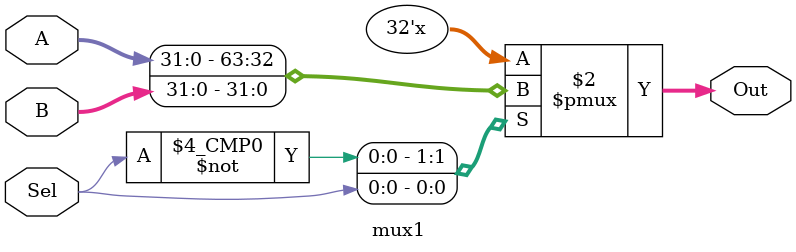
<source format=v>
module mux1 (
		input [31:0] A, B,
		input Sel,
		output reg [31:0] Out
	);

	always @(Sel, A, B) begin
		case (Sel)
			0: Out = A;
			1:	Out = B;
		endcase
	end

endmodule
	
	
	
</source>
